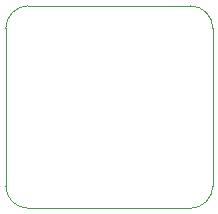
<source format=gbr>
G04 #@! TF.FileFunction,Profile,NP*
%FSLAX46Y46*%
G04 Gerber Fmt 4.6, Leading zero omitted, Abs format (unit mm)*
G04 Created by KiCad (PCBNEW 0.201505162027+5655~23~ubuntu14.04.1-product) date Mi 20 Mai 2015 13:01:21 CEST*
%MOMM*%
G01*
G04 APERTURE LIST*
%ADD10C,0.100000*%
G04 APERTURE END LIST*
D10*
X171450000Y-78740000D02*
X157734000Y-78740000D01*
X157734000Y-61595000D02*
X171450000Y-61595000D01*
X155829000Y-63500000D02*
X155829000Y-76835000D01*
X173355000Y-63500000D02*
X173355000Y-76835000D01*
X155829000Y-76835000D02*
G75*
G03X157734000Y-78740000I1905000J0D01*
G01*
X171450000Y-78740000D02*
G75*
G03X173355000Y-76835000I0J1905000D01*
G01*
X157734000Y-61595000D02*
G75*
G03X155829000Y-63500000I0J-1905000D01*
G01*
X173355000Y-63500000D02*
G75*
G03X171450000Y-61595000I-1905000J0D01*
G01*
M02*

</source>
